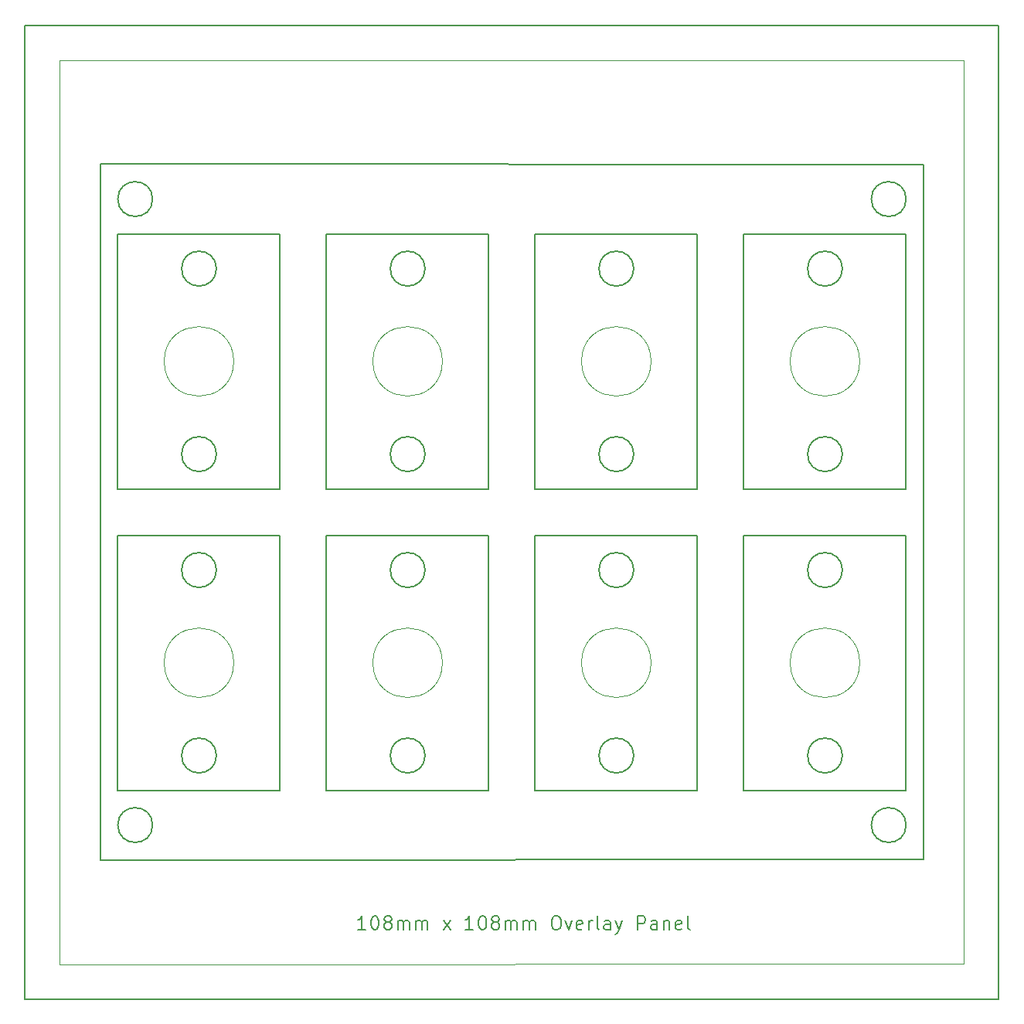
<source format=gbr>
%TF.GenerationSoftware,KiCad,Pcbnew,(5.1.10)-1*%
%TF.CreationDate,2021-11-06T18:31:03+11:00*%
%TF.ProjectId,pannel108-cleanoverlay-v2,70616e6e-656c-4313-9038-2d636c65616e,rev?*%
%TF.SameCoordinates,Original*%
%TF.FileFunction,Legend,Top*%
%TF.FilePolarity,Positive*%
%FSLAX46Y46*%
G04 Gerber Fmt 4.6, Leading zero omitted, Abs format (unit mm)*
G04 Created by KiCad (PCBNEW (5.1.10)-1) date 2021-11-06 18:31:03*
%MOMM*%
%LPD*%
G01*
G04 APERTURE LIST*
%ADD10C,0.150000*%
%ADD11C,0.200000*%
%ADD12C,0.100000*%
%ADD13C,0.120000*%
G04 APERTURE END LIST*
D10*
X78105000Y-61645000D02*
G75*
G03*
X78105000Y-61645000I-1905000J0D01*
G01*
X160655000Y-61645000D02*
G75*
G03*
X160655000Y-61645000I-1905000J0D01*
G01*
X160655000Y-130225000D02*
G75*
G03*
X160655000Y-130225000I-1905000J0D01*
G01*
X78105000Y-130225000D02*
G75*
G03*
X78105000Y-130225000I-1905000J0D01*
G01*
X120015000Y-98475000D02*
X137795000Y-98475000D01*
X137795000Y-98475000D02*
X137795000Y-126415000D01*
X120015000Y-126415000D02*
X120015000Y-98475000D01*
X130810000Y-122605000D02*
G75*
G03*
X130810000Y-122605000I-1905000J0D01*
G01*
X130810000Y-102285000D02*
G75*
G03*
X130810000Y-102285000I-1905000J0D01*
G01*
X137795000Y-126415000D02*
X120015000Y-126415000D01*
X97155000Y-98475000D02*
X114935000Y-98475000D01*
X114935000Y-98475000D02*
X114935000Y-126415000D01*
X97155000Y-126415000D02*
X97155000Y-98475000D01*
X107950000Y-122605000D02*
G75*
G03*
X107950000Y-122605000I-1905000J0D01*
G01*
X107950000Y-102285000D02*
G75*
G03*
X107950000Y-102285000I-1905000J0D01*
G01*
X114935000Y-126415000D02*
X97155000Y-126415000D01*
X120015000Y-65455000D02*
X137795000Y-65455000D01*
X137795000Y-65455000D02*
X137795000Y-93395000D01*
X120015000Y-93395000D02*
X120015000Y-65455000D01*
X130810000Y-89585000D02*
G75*
G03*
X130810000Y-89585000I-1905000J0D01*
G01*
X130810000Y-69265000D02*
G75*
G03*
X130810000Y-69265000I-1905000J0D01*
G01*
X137795000Y-93395000D02*
X120015000Y-93395000D01*
X97155000Y-65455000D02*
X114935000Y-65455000D01*
X114935000Y-65455000D02*
X114935000Y-93395000D01*
X97155000Y-93395000D02*
X97155000Y-65455000D01*
X107950000Y-89585000D02*
G75*
G03*
X107950000Y-89585000I-1905000J0D01*
G01*
X107950000Y-69265000D02*
G75*
G03*
X107950000Y-69265000I-1905000J0D01*
G01*
X114935000Y-93395000D02*
X97155000Y-93395000D01*
X142875000Y-65455000D02*
X160655000Y-65455000D01*
X160655000Y-65455000D02*
X160655000Y-93395000D01*
X142875000Y-93395000D02*
X142875000Y-65455000D01*
X153670000Y-89585000D02*
G75*
G03*
X153670000Y-89585000I-1905000J0D01*
G01*
X153670000Y-69265000D02*
G75*
G03*
X153670000Y-69265000I-1905000J0D01*
G01*
X160655000Y-93395000D02*
X142875000Y-93395000D01*
X142875000Y-98475000D02*
X160655000Y-98475000D01*
X160655000Y-98475000D02*
X160655000Y-126415000D01*
X142875000Y-126415000D02*
X142875000Y-98475000D01*
X153670000Y-122605000D02*
G75*
G03*
X153670000Y-122605000I-1905000J0D01*
G01*
X153670000Y-102285000D02*
G75*
G03*
X153670000Y-102285000I-1905000J0D01*
G01*
X160655000Y-126415000D02*
X142875000Y-126415000D01*
X74295000Y-98475000D02*
X92075000Y-98475000D01*
X92075000Y-98475000D02*
X92075000Y-126415000D01*
X74295000Y-126415000D02*
X74295000Y-98475000D01*
X85090000Y-122605000D02*
G75*
G03*
X85090000Y-122605000I-1905000J0D01*
G01*
X85090000Y-102285000D02*
G75*
G03*
X85090000Y-102285000I-1905000J0D01*
G01*
X92075000Y-126415000D02*
X74295000Y-126415000D01*
X74295000Y-65455000D02*
X92075000Y-65455000D01*
X92075000Y-65455000D02*
X92075000Y-93395000D01*
X74295000Y-93395000D02*
X74295000Y-65455000D01*
X85090000Y-89585000D02*
G75*
G03*
X85090000Y-89585000I-1905000J0D01*
G01*
X85090000Y-69265000D02*
G75*
G03*
X85090000Y-69265000I-1905000J0D01*
G01*
X92075000Y-93395000D02*
X74295000Y-93395000D01*
D11*
X101459285Y-141698571D02*
X100602142Y-141698571D01*
X101030714Y-141698571D02*
X101030714Y-140198571D01*
X100887857Y-140412857D01*
X100745000Y-140555714D01*
X100602142Y-140627142D01*
X102387857Y-140198571D02*
X102530714Y-140198571D01*
X102673571Y-140270000D01*
X102745000Y-140341428D01*
X102816428Y-140484285D01*
X102887857Y-140770000D01*
X102887857Y-141127142D01*
X102816428Y-141412857D01*
X102745000Y-141555714D01*
X102673571Y-141627142D01*
X102530714Y-141698571D01*
X102387857Y-141698571D01*
X102245000Y-141627142D01*
X102173571Y-141555714D01*
X102102142Y-141412857D01*
X102030714Y-141127142D01*
X102030714Y-140770000D01*
X102102142Y-140484285D01*
X102173571Y-140341428D01*
X102245000Y-140270000D01*
X102387857Y-140198571D01*
X103745000Y-140841428D02*
X103602142Y-140770000D01*
X103530714Y-140698571D01*
X103459285Y-140555714D01*
X103459285Y-140484285D01*
X103530714Y-140341428D01*
X103602142Y-140270000D01*
X103745000Y-140198571D01*
X104030714Y-140198571D01*
X104173571Y-140270000D01*
X104245000Y-140341428D01*
X104316428Y-140484285D01*
X104316428Y-140555714D01*
X104245000Y-140698571D01*
X104173571Y-140770000D01*
X104030714Y-140841428D01*
X103745000Y-140841428D01*
X103602142Y-140912857D01*
X103530714Y-140984285D01*
X103459285Y-141127142D01*
X103459285Y-141412857D01*
X103530714Y-141555714D01*
X103602142Y-141627142D01*
X103745000Y-141698571D01*
X104030714Y-141698571D01*
X104173571Y-141627142D01*
X104245000Y-141555714D01*
X104316428Y-141412857D01*
X104316428Y-141127142D01*
X104245000Y-140984285D01*
X104173571Y-140912857D01*
X104030714Y-140841428D01*
X104959285Y-141698571D02*
X104959285Y-140698571D01*
X104959285Y-140841428D02*
X105030714Y-140770000D01*
X105173571Y-140698571D01*
X105387857Y-140698571D01*
X105530714Y-140770000D01*
X105602142Y-140912857D01*
X105602142Y-141698571D01*
X105602142Y-140912857D02*
X105673571Y-140770000D01*
X105816428Y-140698571D01*
X106030714Y-140698571D01*
X106173571Y-140770000D01*
X106245000Y-140912857D01*
X106245000Y-141698571D01*
X106959285Y-141698571D02*
X106959285Y-140698571D01*
X106959285Y-140841428D02*
X107030714Y-140770000D01*
X107173571Y-140698571D01*
X107387857Y-140698571D01*
X107530714Y-140770000D01*
X107602142Y-140912857D01*
X107602142Y-141698571D01*
X107602142Y-140912857D02*
X107673571Y-140770000D01*
X107816428Y-140698571D01*
X108030714Y-140698571D01*
X108173571Y-140770000D01*
X108245000Y-140912857D01*
X108245000Y-141698571D01*
X109959285Y-141698571D02*
X110745000Y-140698571D01*
X109959285Y-140698571D02*
X110745000Y-141698571D01*
X113245000Y-141698571D02*
X112387857Y-141698571D01*
X112816428Y-141698571D02*
X112816428Y-140198571D01*
X112673571Y-140412857D01*
X112530714Y-140555714D01*
X112387857Y-140627142D01*
X114173571Y-140198571D02*
X114316428Y-140198571D01*
X114459285Y-140270000D01*
X114530714Y-140341428D01*
X114602142Y-140484285D01*
X114673571Y-140770000D01*
X114673571Y-141127142D01*
X114602142Y-141412857D01*
X114530714Y-141555714D01*
X114459285Y-141627142D01*
X114316428Y-141698571D01*
X114173571Y-141698571D01*
X114030714Y-141627142D01*
X113959285Y-141555714D01*
X113887857Y-141412857D01*
X113816428Y-141127142D01*
X113816428Y-140770000D01*
X113887857Y-140484285D01*
X113959285Y-140341428D01*
X114030714Y-140270000D01*
X114173571Y-140198571D01*
X115530714Y-140841428D02*
X115387857Y-140770000D01*
X115316428Y-140698571D01*
X115245000Y-140555714D01*
X115245000Y-140484285D01*
X115316428Y-140341428D01*
X115387857Y-140270000D01*
X115530714Y-140198571D01*
X115816428Y-140198571D01*
X115959285Y-140270000D01*
X116030714Y-140341428D01*
X116102142Y-140484285D01*
X116102142Y-140555714D01*
X116030714Y-140698571D01*
X115959285Y-140770000D01*
X115816428Y-140841428D01*
X115530714Y-140841428D01*
X115387857Y-140912857D01*
X115316428Y-140984285D01*
X115245000Y-141127142D01*
X115245000Y-141412857D01*
X115316428Y-141555714D01*
X115387857Y-141627142D01*
X115530714Y-141698571D01*
X115816428Y-141698571D01*
X115959285Y-141627142D01*
X116030714Y-141555714D01*
X116102142Y-141412857D01*
X116102142Y-141127142D01*
X116030714Y-140984285D01*
X115959285Y-140912857D01*
X115816428Y-140841428D01*
X116745000Y-141698571D02*
X116745000Y-140698571D01*
X116745000Y-140841428D02*
X116816428Y-140770000D01*
X116959285Y-140698571D01*
X117173571Y-140698571D01*
X117316428Y-140770000D01*
X117387857Y-140912857D01*
X117387857Y-141698571D01*
X117387857Y-140912857D02*
X117459285Y-140770000D01*
X117602142Y-140698571D01*
X117816428Y-140698571D01*
X117959285Y-140770000D01*
X118030714Y-140912857D01*
X118030714Y-141698571D01*
X118745000Y-141698571D02*
X118745000Y-140698571D01*
X118745000Y-140841428D02*
X118816428Y-140770000D01*
X118959285Y-140698571D01*
X119173571Y-140698571D01*
X119316428Y-140770000D01*
X119387857Y-140912857D01*
X119387857Y-141698571D01*
X119387857Y-140912857D02*
X119459285Y-140770000D01*
X119602142Y-140698571D01*
X119816428Y-140698571D01*
X119959285Y-140770000D01*
X120030714Y-140912857D01*
X120030714Y-141698571D01*
X122173571Y-140198571D02*
X122459285Y-140198571D01*
X122602142Y-140270000D01*
X122745000Y-140412857D01*
X122816428Y-140698571D01*
X122816428Y-141198571D01*
X122745000Y-141484285D01*
X122602142Y-141627142D01*
X122459285Y-141698571D01*
X122173571Y-141698571D01*
X122030714Y-141627142D01*
X121887857Y-141484285D01*
X121816428Y-141198571D01*
X121816428Y-140698571D01*
X121887857Y-140412857D01*
X122030714Y-140270000D01*
X122173571Y-140198571D01*
X123316428Y-140698571D02*
X123673571Y-141698571D01*
X124030714Y-140698571D01*
X125173571Y-141627142D02*
X125030714Y-141698571D01*
X124745000Y-141698571D01*
X124602142Y-141627142D01*
X124530714Y-141484285D01*
X124530714Y-140912857D01*
X124602142Y-140770000D01*
X124745000Y-140698571D01*
X125030714Y-140698571D01*
X125173571Y-140770000D01*
X125245000Y-140912857D01*
X125245000Y-141055714D01*
X124530714Y-141198571D01*
X125887857Y-141698571D02*
X125887857Y-140698571D01*
X125887857Y-140984285D02*
X125959285Y-140841428D01*
X126030714Y-140770000D01*
X126173571Y-140698571D01*
X126316428Y-140698571D01*
X127030714Y-141698571D02*
X126887857Y-141627142D01*
X126816428Y-141484285D01*
X126816428Y-140198571D01*
X128245000Y-141698571D02*
X128245000Y-140912857D01*
X128173571Y-140770000D01*
X128030714Y-140698571D01*
X127745000Y-140698571D01*
X127602142Y-140770000D01*
X128245000Y-141627142D02*
X128102142Y-141698571D01*
X127745000Y-141698571D01*
X127602142Y-141627142D01*
X127530714Y-141484285D01*
X127530714Y-141341428D01*
X127602142Y-141198571D01*
X127745000Y-141127142D01*
X128102142Y-141127142D01*
X128245000Y-141055714D01*
X128816428Y-140698571D02*
X129173571Y-141698571D01*
X129530714Y-140698571D02*
X129173571Y-141698571D01*
X129030714Y-142055714D01*
X128959285Y-142127142D01*
X128816428Y-142198571D01*
X131245000Y-141698571D02*
X131245000Y-140198571D01*
X131816428Y-140198571D01*
X131959285Y-140270000D01*
X132030714Y-140341428D01*
X132102142Y-140484285D01*
X132102142Y-140698571D01*
X132030714Y-140841428D01*
X131959285Y-140912857D01*
X131816428Y-140984285D01*
X131245000Y-140984285D01*
X133387857Y-141698571D02*
X133387857Y-140912857D01*
X133316428Y-140770000D01*
X133173571Y-140698571D01*
X132887857Y-140698571D01*
X132745000Y-140770000D01*
X133387857Y-141627142D02*
X133245000Y-141698571D01*
X132887857Y-141698571D01*
X132745000Y-141627142D01*
X132673571Y-141484285D01*
X132673571Y-141341428D01*
X132745000Y-141198571D01*
X132887857Y-141127142D01*
X133245000Y-141127142D01*
X133387857Y-141055714D01*
X134102142Y-140698571D02*
X134102142Y-141698571D01*
X134102142Y-140841428D02*
X134173571Y-140770000D01*
X134316428Y-140698571D01*
X134530714Y-140698571D01*
X134673571Y-140770000D01*
X134745000Y-140912857D01*
X134745000Y-141698571D01*
X136030714Y-141627142D02*
X135887857Y-141698571D01*
X135602142Y-141698571D01*
X135459285Y-141627142D01*
X135387857Y-141484285D01*
X135387857Y-140912857D01*
X135459285Y-140770000D01*
X135602142Y-140698571D01*
X135887857Y-140698571D01*
X136030714Y-140770000D01*
X136102142Y-140912857D01*
X136102142Y-141055714D01*
X135387857Y-141198571D01*
X136959285Y-141698571D02*
X136816428Y-141627142D01*
X136745000Y-141484285D01*
X136745000Y-140198571D01*
D10*
X64135000Y-149275000D02*
X64135000Y-42595000D01*
X170815000Y-149275000D02*
X64135000Y-149275000D01*
X170815000Y-42595000D02*
X170815000Y-149275000D01*
X64135000Y-42595000D02*
X170815000Y-42595000D01*
X162560000Y-57835000D02*
X72390000Y-57820000D01*
X162560000Y-134020000D02*
X162560000Y-57835000D01*
X72390000Y-134035000D02*
X162600000Y-134020000D01*
X72390000Y-57835000D02*
X72390000Y-134035000D01*
D12*
X167005000Y-46405000D02*
X167005000Y-145415000D01*
X67945000Y-46405000D02*
X67945000Y-145465000D01*
X67945000Y-145465000D02*
X167005000Y-145415000D01*
X67945000Y-46405000D02*
X167005000Y-46405000D01*
D13*
%TO.C,REF\u002A\u002A*%
X132715000Y-112445000D02*
G75*
G03*
X132715000Y-112445000I-3810000J0D01*
G01*
X109855000Y-112445000D02*
G75*
G03*
X109855000Y-112445000I-3810000J0D01*
G01*
X132715000Y-79425000D02*
G75*
G03*
X132715000Y-79425000I-3810000J0D01*
G01*
X109855000Y-79425000D02*
G75*
G03*
X109855000Y-79425000I-3810000J0D01*
G01*
X155575000Y-79425000D02*
G75*
G03*
X155575000Y-79425000I-3810000J0D01*
G01*
X155575000Y-112445000D02*
G75*
G03*
X155575000Y-112445000I-3810000J0D01*
G01*
X86995000Y-112445000D02*
G75*
G03*
X86995000Y-112445000I-3810000J0D01*
G01*
X86995000Y-79425000D02*
G75*
G03*
X86995000Y-79425000I-3810000J0D01*
G01*
%TD*%
M02*

</source>
